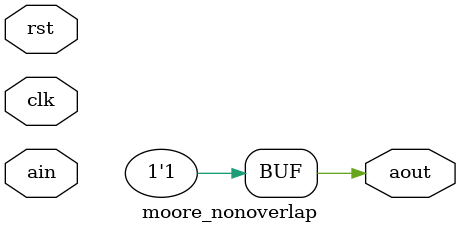
<source format=v>


module moore_nonoverlap(
input wire clk,
input wire rst,
input wire ain,
output reg aout
);
localparam [1:0]
    s0=2'b00,
    s1=2'b01,
    s2=2'b10,
    s3=2'b11;
reg [1:0]state,next_state;
always@(posedge clk)
    begin
        if(rst)
            state<=s0;
        else
            state<=next_state;
    end
always @(*)
    begin
        next_state=state;
    case(state)
        s0:begin
            if(ain)
                next_state=s1;
                else
                    next_state=s0;
            end
         s1:begin
             if(!ain)
                next_state=s2;
             else
                next_state=s1;
            end
         s2:begin
            if(ain)
                next_state=s3;
            else
                next_state=s0; 
            end
         s3:begin
            if(ain)
                next_state=s0;
            else
                next_state=s2;
            end
     endcase
     end
always@(*)
    begin
        if(state==s3)
            aout=1'b1;
        else
            aout=1'b1;
    end
endmodule

</source>
